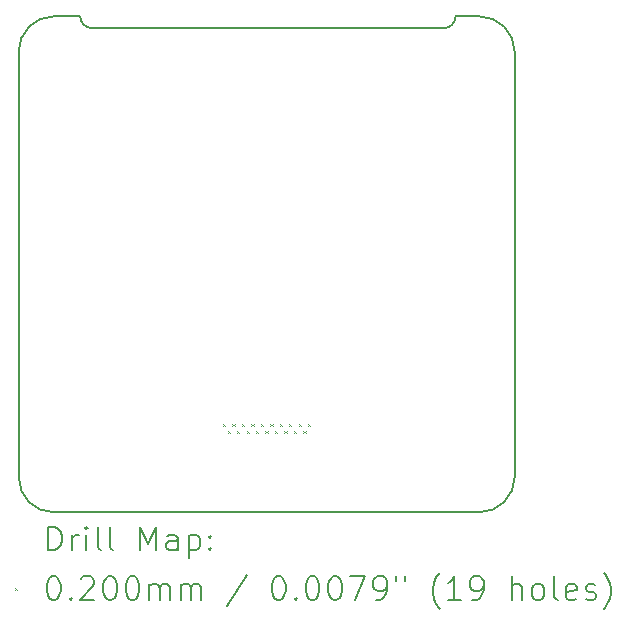
<source format=gbr>
%TF.GenerationSoftware,KiCad,Pcbnew,7.0.6*%
%TF.CreationDate,2023-09-14T09:41:23+02:00*%
%TF.ProjectId,V8,56382e6b-6963-4616-945f-706362585858,rev?*%
%TF.SameCoordinates,Original*%
%TF.FileFunction,Drillmap*%
%TF.FilePolarity,Positive*%
%FSLAX45Y45*%
G04 Gerber Fmt 4.5, Leading zero omitted, Abs format (unit mm)*
G04 Created by KiCad (PCBNEW 7.0.6) date 2023-09-14 09:41:23*
%MOMM*%
%LPD*%
G01*
G04 APERTURE LIST*
%ADD10C,0.200000*%
%ADD11C,0.020000*%
G04 APERTURE END LIST*
D10*
X13520355Y-8000000D02*
X16499645Y-8000000D01*
X12900000Y-8200000D02*
X12900000Y-11800000D01*
X16800000Y-12100000D02*
G75*
G03*
X17100000Y-11800000I0J300000D01*
G01*
X13199645Y-7900000D02*
X13420355Y-7900000D01*
X16600000Y-7900000D02*
X16800000Y-7900000D01*
X17100000Y-11800000D02*
X17100000Y-8200000D01*
X12900000Y-11800000D02*
G75*
G03*
X13200000Y-12100000I300000J0D01*
G01*
X17100000Y-8200000D02*
G75*
G03*
X16800000Y-7900000I-300000J0D01*
G01*
X13200000Y-7900000D02*
G75*
G03*
X12900000Y-8200000I0J-300000D01*
G01*
X16500000Y-8000000D02*
G75*
G03*
X16600000Y-7900000I0J100000D01*
G01*
X13200000Y-12100000D02*
X16800000Y-12100000D01*
X13420710Y-7900000D02*
G75*
G03*
X13520711Y-8000000I100000J0D01*
G01*
D11*
X14630000Y-11350000D02*
X14650000Y-11370000D01*
X14650000Y-11350000D02*
X14630000Y-11370000D01*
X14670000Y-11410000D02*
X14690000Y-11430000D01*
X14690000Y-11410000D02*
X14670000Y-11430000D01*
X14710000Y-11350000D02*
X14730000Y-11370000D01*
X14730000Y-11350000D02*
X14710000Y-11370000D01*
X14750000Y-11410000D02*
X14770000Y-11430000D01*
X14770000Y-11410000D02*
X14750000Y-11430000D01*
X14790000Y-11350000D02*
X14810000Y-11370000D01*
X14810000Y-11350000D02*
X14790000Y-11370000D01*
X14830000Y-11410000D02*
X14850000Y-11430000D01*
X14850000Y-11410000D02*
X14830000Y-11430000D01*
X14870000Y-11350000D02*
X14890000Y-11370000D01*
X14890000Y-11350000D02*
X14870000Y-11370000D01*
X14910000Y-11410000D02*
X14930000Y-11430000D01*
X14930000Y-11410000D02*
X14910000Y-11430000D01*
X14950000Y-11350000D02*
X14970000Y-11370000D01*
X14970000Y-11350000D02*
X14950000Y-11370000D01*
X14990000Y-11410000D02*
X15010000Y-11430000D01*
X15010000Y-11410000D02*
X14990000Y-11430000D01*
X15030000Y-11350000D02*
X15050000Y-11370000D01*
X15050000Y-11350000D02*
X15030000Y-11370000D01*
X15070000Y-11410000D02*
X15090000Y-11430000D01*
X15090000Y-11410000D02*
X15070000Y-11430000D01*
X15110000Y-11350000D02*
X15130000Y-11370000D01*
X15130000Y-11350000D02*
X15110000Y-11370000D01*
X15150000Y-11410000D02*
X15170000Y-11430000D01*
X15170000Y-11410000D02*
X15150000Y-11430000D01*
X15190000Y-11350000D02*
X15210000Y-11370000D01*
X15210000Y-11350000D02*
X15190000Y-11370000D01*
X15230000Y-11410000D02*
X15250000Y-11430000D01*
X15250000Y-11410000D02*
X15230000Y-11430000D01*
X15270000Y-11350000D02*
X15290000Y-11370000D01*
X15290000Y-11350000D02*
X15270000Y-11370000D01*
X15310000Y-11410000D02*
X15330000Y-11430000D01*
X15330000Y-11410000D02*
X15310000Y-11430000D01*
X15350000Y-11350000D02*
X15370000Y-11370000D01*
X15370000Y-11350000D02*
X15350000Y-11370000D01*
D10*
X13150777Y-12421484D02*
X13150777Y-12221484D01*
X13150777Y-12221484D02*
X13198396Y-12221484D01*
X13198396Y-12221484D02*
X13226967Y-12231008D01*
X13226967Y-12231008D02*
X13246015Y-12250055D01*
X13246015Y-12250055D02*
X13255539Y-12269103D01*
X13255539Y-12269103D02*
X13265062Y-12307198D01*
X13265062Y-12307198D02*
X13265062Y-12335769D01*
X13265062Y-12335769D02*
X13255539Y-12373865D01*
X13255539Y-12373865D02*
X13246015Y-12392912D01*
X13246015Y-12392912D02*
X13226967Y-12411960D01*
X13226967Y-12411960D02*
X13198396Y-12421484D01*
X13198396Y-12421484D02*
X13150777Y-12421484D01*
X13350777Y-12421484D02*
X13350777Y-12288150D01*
X13350777Y-12326246D02*
X13360301Y-12307198D01*
X13360301Y-12307198D02*
X13369824Y-12297674D01*
X13369824Y-12297674D02*
X13388872Y-12288150D01*
X13388872Y-12288150D02*
X13407920Y-12288150D01*
X13474586Y-12421484D02*
X13474586Y-12288150D01*
X13474586Y-12221484D02*
X13465062Y-12231008D01*
X13465062Y-12231008D02*
X13474586Y-12240531D01*
X13474586Y-12240531D02*
X13484110Y-12231008D01*
X13484110Y-12231008D02*
X13474586Y-12221484D01*
X13474586Y-12221484D02*
X13474586Y-12240531D01*
X13598396Y-12421484D02*
X13579348Y-12411960D01*
X13579348Y-12411960D02*
X13569824Y-12392912D01*
X13569824Y-12392912D02*
X13569824Y-12221484D01*
X13703158Y-12421484D02*
X13684110Y-12411960D01*
X13684110Y-12411960D02*
X13674586Y-12392912D01*
X13674586Y-12392912D02*
X13674586Y-12221484D01*
X13931729Y-12421484D02*
X13931729Y-12221484D01*
X13931729Y-12221484D02*
X13998396Y-12364341D01*
X13998396Y-12364341D02*
X14065062Y-12221484D01*
X14065062Y-12221484D02*
X14065062Y-12421484D01*
X14246015Y-12421484D02*
X14246015Y-12316722D01*
X14246015Y-12316722D02*
X14236491Y-12297674D01*
X14236491Y-12297674D02*
X14217443Y-12288150D01*
X14217443Y-12288150D02*
X14179348Y-12288150D01*
X14179348Y-12288150D02*
X14160301Y-12297674D01*
X14246015Y-12411960D02*
X14226967Y-12421484D01*
X14226967Y-12421484D02*
X14179348Y-12421484D01*
X14179348Y-12421484D02*
X14160301Y-12411960D01*
X14160301Y-12411960D02*
X14150777Y-12392912D01*
X14150777Y-12392912D02*
X14150777Y-12373865D01*
X14150777Y-12373865D02*
X14160301Y-12354817D01*
X14160301Y-12354817D02*
X14179348Y-12345293D01*
X14179348Y-12345293D02*
X14226967Y-12345293D01*
X14226967Y-12345293D02*
X14246015Y-12335769D01*
X14341253Y-12288150D02*
X14341253Y-12488150D01*
X14341253Y-12297674D02*
X14360301Y-12288150D01*
X14360301Y-12288150D02*
X14398396Y-12288150D01*
X14398396Y-12288150D02*
X14417443Y-12297674D01*
X14417443Y-12297674D02*
X14426967Y-12307198D01*
X14426967Y-12307198D02*
X14436491Y-12326246D01*
X14436491Y-12326246D02*
X14436491Y-12383388D01*
X14436491Y-12383388D02*
X14426967Y-12402436D01*
X14426967Y-12402436D02*
X14417443Y-12411960D01*
X14417443Y-12411960D02*
X14398396Y-12421484D01*
X14398396Y-12421484D02*
X14360301Y-12421484D01*
X14360301Y-12421484D02*
X14341253Y-12411960D01*
X14522205Y-12402436D02*
X14531729Y-12411960D01*
X14531729Y-12411960D02*
X14522205Y-12421484D01*
X14522205Y-12421484D02*
X14512682Y-12411960D01*
X14512682Y-12411960D02*
X14522205Y-12402436D01*
X14522205Y-12402436D02*
X14522205Y-12421484D01*
X14522205Y-12297674D02*
X14531729Y-12307198D01*
X14531729Y-12307198D02*
X14522205Y-12316722D01*
X14522205Y-12316722D02*
X14512682Y-12307198D01*
X14512682Y-12307198D02*
X14522205Y-12297674D01*
X14522205Y-12297674D02*
X14522205Y-12316722D01*
D11*
X12870000Y-12740000D02*
X12890000Y-12760000D01*
X12890000Y-12740000D02*
X12870000Y-12760000D01*
D10*
X13188872Y-12641484D02*
X13207920Y-12641484D01*
X13207920Y-12641484D02*
X13226967Y-12651008D01*
X13226967Y-12651008D02*
X13236491Y-12660531D01*
X13236491Y-12660531D02*
X13246015Y-12679579D01*
X13246015Y-12679579D02*
X13255539Y-12717674D01*
X13255539Y-12717674D02*
X13255539Y-12765293D01*
X13255539Y-12765293D02*
X13246015Y-12803388D01*
X13246015Y-12803388D02*
X13236491Y-12822436D01*
X13236491Y-12822436D02*
X13226967Y-12831960D01*
X13226967Y-12831960D02*
X13207920Y-12841484D01*
X13207920Y-12841484D02*
X13188872Y-12841484D01*
X13188872Y-12841484D02*
X13169824Y-12831960D01*
X13169824Y-12831960D02*
X13160301Y-12822436D01*
X13160301Y-12822436D02*
X13150777Y-12803388D01*
X13150777Y-12803388D02*
X13141253Y-12765293D01*
X13141253Y-12765293D02*
X13141253Y-12717674D01*
X13141253Y-12717674D02*
X13150777Y-12679579D01*
X13150777Y-12679579D02*
X13160301Y-12660531D01*
X13160301Y-12660531D02*
X13169824Y-12651008D01*
X13169824Y-12651008D02*
X13188872Y-12641484D01*
X13341253Y-12822436D02*
X13350777Y-12831960D01*
X13350777Y-12831960D02*
X13341253Y-12841484D01*
X13341253Y-12841484D02*
X13331729Y-12831960D01*
X13331729Y-12831960D02*
X13341253Y-12822436D01*
X13341253Y-12822436D02*
X13341253Y-12841484D01*
X13426967Y-12660531D02*
X13436491Y-12651008D01*
X13436491Y-12651008D02*
X13455539Y-12641484D01*
X13455539Y-12641484D02*
X13503158Y-12641484D01*
X13503158Y-12641484D02*
X13522205Y-12651008D01*
X13522205Y-12651008D02*
X13531729Y-12660531D01*
X13531729Y-12660531D02*
X13541253Y-12679579D01*
X13541253Y-12679579D02*
X13541253Y-12698627D01*
X13541253Y-12698627D02*
X13531729Y-12727198D01*
X13531729Y-12727198D02*
X13417443Y-12841484D01*
X13417443Y-12841484D02*
X13541253Y-12841484D01*
X13665062Y-12641484D02*
X13684110Y-12641484D01*
X13684110Y-12641484D02*
X13703158Y-12651008D01*
X13703158Y-12651008D02*
X13712682Y-12660531D01*
X13712682Y-12660531D02*
X13722205Y-12679579D01*
X13722205Y-12679579D02*
X13731729Y-12717674D01*
X13731729Y-12717674D02*
X13731729Y-12765293D01*
X13731729Y-12765293D02*
X13722205Y-12803388D01*
X13722205Y-12803388D02*
X13712682Y-12822436D01*
X13712682Y-12822436D02*
X13703158Y-12831960D01*
X13703158Y-12831960D02*
X13684110Y-12841484D01*
X13684110Y-12841484D02*
X13665062Y-12841484D01*
X13665062Y-12841484D02*
X13646015Y-12831960D01*
X13646015Y-12831960D02*
X13636491Y-12822436D01*
X13636491Y-12822436D02*
X13626967Y-12803388D01*
X13626967Y-12803388D02*
X13617443Y-12765293D01*
X13617443Y-12765293D02*
X13617443Y-12717674D01*
X13617443Y-12717674D02*
X13626967Y-12679579D01*
X13626967Y-12679579D02*
X13636491Y-12660531D01*
X13636491Y-12660531D02*
X13646015Y-12651008D01*
X13646015Y-12651008D02*
X13665062Y-12641484D01*
X13855539Y-12641484D02*
X13874586Y-12641484D01*
X13874586Y-12641484D02*
X13893634Y-12651008D01*
X13893634Y-12651008D02*
X13903158Y-12660531D01*
X13903158Y-12660531D02*
X13912682Y-12679579D01*
X13912682Y-12679579D02*
X13922205Y-12717674D01*
X13922205Y-12717674D02*
X13922205Y-12765293D01*
X13922205Y-12765293D02*
X13912682Y-12803388D01*
X13912682Y-12803388D02*
X13903158Y-12822436D01*
X13903158Y-12822436D02*
X13893634Y-12831960D01*
X13893634Y-12831960D02*
X13874586Y-12841484D01*
X13874586Y-12841484D02*
X13855539Y-12841484D01*
X13855539Y-12841484D02*
X13836491Y-12831960D01*
X13836491Y-12831960D02*
X13826967Y-12822436D01*
X13826967Y-12822436D02*
X13817443Y-12803388D01*
X13817443Y-12803388D02*
X13807920Y-12765293D01*
X13807920Y-12765293D02*
X13807920Y-12717674D01*
X13807920Y-12717674D02*
X13817443Y-12679579D01*
X13817443Y-12679579D02*
X13826967Y-12660531D01*
X13826967Y-12660531D02*
X13836491Y-12651008D01*
X13836491Y-12651008D02*
X13855539Y-12641484D01*
X14007920Y-12841484D02*
X14007920Y-12708150D01*
X14007920Y-12727198D02*
X14017443Y-12717674D01*
X14017443Y-12717674D02*
X14036491Y-12708150D01*
X14036491Y-12708150D02*
X14065063Y-12708150D01*
X14065063Y-12708150D02*
X14084110Y-12717674D01*
X14084110Y-12717674D02*
X14093634Y-12736722D01*
X14093634Y-12736722D02*
X14093634Y-12841484D01*
X14093634Y-12736722D02*
X14103158Y-12717674D01*
X14103158Y-12717674D02*
X14122205Y-12708150D01*
X14122205Y-12708150D02*
X14150777Y-12708150D01*
X14150777Y-12708150D02*
X14169824Y-12717674D01*
X14169824Y-12717674D02*
X14179348Y-12736722D01*
X14179348Y-12736722D02*
X14179348Y-12841484D01*
X14274586Y-12841484D02*
X14274586Y-12708150D01*
X14274586Y-12727198D02*
X14284110Y-12717674D01*
X14284110Y-12717674D02*
X14303158Y-12708150D01*
X14303158Y-12708150D02*
X14331729Y-12708150D01*
X14331729Y-12708150D02*
X14350777Y-12717674D01*
X14350777Y-12717674D02*
X14360301Y-12736722D01*
X14360301Y-12736722D02*
X14360301Y-12841484D01*
X14360301Y-12736722D02*
X14369824Y-12717674D01*
X14369824Y-12717674D02*
X14388872Y-12708150D01*
X14388872Y-12708150D02*
X14417443Y-12708150D01*
X14417443Y-12708150D02*
X14436491Y-12717674D01*
X14436491Y-12717674D02*
X14446015Y-12736722D01*
X14446015Y-12736722D02*
X14446015Y-12841484D01*
X14836491Y-12631960D02*
X14665063Y-12889103D01*
X15093634Y-12641484D02*
X15112682Y-12641484D01*
X15112682Y-12641484D02*
X15131729Y-12651008D01*
X15131729Y-12651008D02*
X15141253Y-12660531D01*
X15141253Y-12660531D02*
X15150777Y-12679579D01*
X15150777Y-12679579D02*
X15160301Y-12717674D01*
X15160301Y-12717674D02*
X15160301Y-12765293D01*
X15160301Y-12765293D02*
X15150777Y-12803388D01*
X15150777Y-12803388D02*
X15141253Y-12822436D01*
X15141253Y-12822436D02*
X15131729Y-12831960D01*
X15131729Y-12831960D02*
X15112682Y-12841484D01*
X15112682Y-12841484D02*
X15093634Y-12841484D01*
X15093634Y-12841484D02*
X15074586Y-12831960D01*
X15074586Y-12831960D02*
X15065063Y-12822436D01*
X15065063Y-12822436D02*
X15055539Y-12803388D01*
X15055539Y-12803388D02*
X15046015Y-12765293D01*
X15046015Y-12765293D02*
X15046015Y-12717674D01*
X15046015Y-12717674D02*
X15055539Y-12679579D01*
X15055539Y-12679579D02*
X15065063Y-12660531D01*
X15065063Y-12660531D02*
X15074586Y-12651008D01*
X15074586Y-12651008D02*
X15093634Y-12641484D01*
X15246015Y-12822436D02*
X15255539Y-12831960D01*
X15255539Y-12831960D02*
X15246015Y-12841484D01*
X15246015Y-12841484D02*
X15236491Y-12831960D01*
X15236491Y-12831960D02*
X15246015Y-12822436D01*
X15246015Y-12822436D02*
X15246015Y-12841484D01*
X15379348Y-12641484D02*
X15398396Y-12641484D01*
X15398396Y-12641484D02*
X15417444Y-12651008D01*
X15417444Y-12651008D02*
X15426967Y-12660531D01*
X15426967Y-12660531D02*
X15436491Y-12679579D01*
X15436491Y-12679579D02*
X15446015Y-12717674D01*
X15446015Y-12717674D02*
X15446015Y-12765293D01*
X15446015Y-12765293D02*
X15436491Y-12803388D01*
X15436491Y-12803388D02*
X15426967Y-12822436D01*
X15426967Y-12822436D02*
X15417444Y-12831960D01*
X15417444Y-12831960D02*
X15398396Y-12841484D01*
X15398396Y-12841484D02*
X15379348Y-12841484D01*
X15379348Y-12841484D02*
X15360301Y-12831960D01*
X15360301Y-12831960D02*
X15350777Y-12822436D01*
X15350777Y-12822436D02*
X15341253Y-12803388D01*
X15341253Y-12803388D02*
X15331729Y-12765293D01*
X15331729Y-12765293D02*
X15331729Y-12717674D01*
X15331729Y-12717674D02*
X15341253Y-12679579D01*
X15341253Y-12679579D02*
X15350777Y-12660531D01*
X15350777Y-12660531D02*
X15360301Y-12651008D01*
X15360301Y-12651008D02*
X15379348Y-12641484D01*
X15569825Y-12641484D02*
X15588872Y-12641484D01*
X15588872Y-12641484D02*
X15607920Y-12651008D01*
X15607920Y-12651008D02*
X15617444Y-12660531D01*
X15617444Y-12660531D02*
X15626967Y-12679579D01*
X15626967Y-12679579D02*
X15636491Y-12717674D01*
X15636491Y-12717674D02*
X15636491Y-12765293D01*
X15636491Y-12765293D02*
X15626967Y-12803388D01*
X15626967Y-12803388D02*
X15617444Y-12822436D01*
X15617444Y-12822436D02*
X15607920Y-12831960D01*
X15607920Y-12831960D02*
X15588872Y-12841484D01*
X15588872Y-12841484D02*
X15569825Y-12841484D01*
X15569825Y-12841484D02*
X15550777Y-12831960D01*
X15550777Y-12831960D02*
X15541253Y-12822436D01*
X15541253Y-12822436D02*
X15531729Y-12803388D01*
X15531729Y-12803388D02*
X15522206Y-12765293D01*
X15522206Y-12765293D02*
X15522206Y-12717674D01*
X15522206Y-12717674D02*
X15531729Y-12679579D01*
X15531729Y-12679579D02*
X15541253Y-12660531D01*
X15541253Y-12660531D02*
X15550777Y-12651008D01*
X15550777Y-12651008D02*
X15569825Y-12641484D01*
X15703158Y-12641484D02*
X15836491Y-12641484D01*
X15836491Y-12641484D02*
X15750777Y-12841484D01*
X15922206Y-12841484D02*
X15960301Y-12841484D01*
X15960301Y-12841484D02*
X15979348Y-12831960D01*
X15979348Y-12831960D02*
X15988872Y-12822436D01*
X15988872Y-12822436D02*
X16007920Y-12793865D01*
X16007920Y-12793865D02*
X16017444Y-12755769D01*
X16017444Y-12755769D02*
X16017444Y-12679579D01*
X16017444Y-12679579D02*
X16007920Y-12660531D01*
X16007920Y-12660531D02*
X15998396Y-12651008D01*
X15998396Y-12651008D02*
X15979348Y-12641484D01*
X15979348Y-12641484D02*
X15941253Y-12641484D01*
X15941253Y-12641484D02*
X15922206Y-12651008D01*
X15922206Y-12651008D02*
X15912682Y-12660531D01*
X15912682Y-12660531D02*
X15903158Y-12679579D01*
X15903158Y-12679579D02*
X15903158Y-12727198D01*
X15903158Y-12727198D02*
X15912682Y-12746246D01*
X15912682Y-12746246D02*
X15922206Y-12755769D01*
X15922206Y-12755769D02*
X15941253Y-12765293D01*
X15941253Y-12765293D02*
X15979348Y-12765293D01*
X15979348Y-12765293D02*
X15998396Y-12755769D01*
X15998396Y-12755769D02*
X16007920Y-12746246D01*
X16007920Y-12746246D02*
X16017444Y-12727198D01*
X16093634Y-12641484D02*
X16093634Y-12679579D01*
X16169825Y-12641484D02*
X16169825Y-12679579D01*
X16465063Y-12917674D02*
X16455539Y-12908150D01*
X16455539Y-12908150D02*
X16436491Y-12879579D01*
X16436491Y-12879579D02*
X16426968Y-12860531D01*
X16426968Y-12860531D02*
X16417444Y-12831960D01*
X16417444Y-12831960D02*
X16407920Y-12784341D01*
X16407920Y-12784341D02*
X16407920Y-12746246D01*
X16407920Y-12746246D02*
X16417444Y-12698627D01*
X16417444Y-12698627D02*
X16426968Y-12670055D01*
X16426968Y-12670055D02*
X16436491Y-12651008D01*
X16436491Y-12651008D02*
X16455539Y-12622436D01*
X16455539Y-12622436D02*
X16465063Y-12612912D01*
X16646015Y-12841484D02*
X16531729Y-12841484D01*
X16588872Y-12841484D02*
X16588872Y-12641484D01*
X16588872Y-12641484D02*
X16569825Y-12670055D01*
X16569825Y-12670055D02*
X16550777Y-12689103D01*
X16550777Y-12689103D02*
X16531729Y-12698627D01*
X16741253Y-12841484D02*
X16779349Y-12841484D01*
X16779349Y-12841484D02*
X16798396Y-12831960D01*
X16798396Y-12831960D02*
X16807920Y-12822436D01*
X16807920Y-12822436D02*
X16826968Y-12793865D01*
X16826968Y-12793865D02*
X16836491Y-12755769D01*
X16836491Y-12755769D02*
X16836491Y-12679579D01*
X16836491Y-12679579D02*
X16826968Y-12660531D01*
X16826968Y-12660531D02*
X16817444Y-12651008D01*
X16817444Y-12651008D02*
X16798396Y-12641484D01*
X16798396Y-12641484D02*
X16760301Y-12641484D01*
X16760301Y-12641484D02*
X16741253Y-12651008D01*
X16741253Y-12651008D02*
X16731729Y-12660531D01*
X16731729Y-12660531D02*
X16722206Y-12679579D01*
X16722206Y-12679579D02*
X16722206Y-12727198D01*
X16722206Y-12727198D02*
X16731729Y-12746246D01*
X16731729Y-12746246D02*
X16741253Y-12755769D01*
X16741253Y-12755769D02*
X16760301Y-12765293D01*
X16760301Y-12765293D02*
X16798396Y-12765293D01*
X16798396Y-12765293D02*
X16817444Y-12755769D01*
X16817444Y-12755769D02*
X16826968Y-12746246D01*
X16826968Y-12746246D02*
X16836491Y-12727198D01*
X17074587Y-12841484D02*
X17074587Y-12641484D01*
X17160301Y-12841484D02*
X17160301Y-12736722D01*
X17160301Y-12736722D02*
X17150777Y-12717674D01*
X17150777Y-12717674D02*
X17131730Y-12708150D01*
X17131730Y-12708150D02*
X17103158Y-12708150D01*
X17103158Y-12708150D02*
X17084111Y-12717674D01*
X17084111Y-12717674D02*
X17074587Y-12727198D01*
X17284111Y-12841484D02*
X17265063Y-12831960D01*
X17265063Y-12831960D02*
X17255539Y-12822436D01*
X17255539Y-12822436D02*
X17246015Y-12803388D01*
X17246015Y-12803388D02*
X17246015Y-12746246D01*
X17246015Y-12746246D02*
X17255539Y-12727198D01*
X17255539Y-12727198D02*
X17265063Y-12717674D01*
X17265063Y-12717674D02*
X17284111Y-12708150D01*
X17284111Y-12708150D02*
X17312682Y-12708150D01*
X17312682Y-12708150D02*
X17331730Y-12717674D01*
X17331730Y-12717674D02*
X17341253Y-12727198D01*
X17341253Y-12727198D02*
X17350777Y-12746246D01*
X17350777Y-12746246D02*
X17350777Y-12803388D01*
X17350777Y-12803388D02*
X17341253Y-12822436D01*
X17341253Y-12822436D02*
X17331730Y-12831960D01*
X17331730Y-12831960D02*
X17312682Y-12841484D01*
X17312682Y-12841484D02*
X17284111Y-12841484D01*
X17465063Y-12841484D02*
X17446015Y-12831960D01*
X17446015Y-12831960D02*
X17436492Y-12812912D01*
X17436492Y-12812912D02*
X17436492Y-12641484D01*
X17617444Y-12831960D02*
X17598396Y-12841484D01*
X17598396Y-12841484D02*
X17560301Y-12841484D01*
X17560301Y-12841484D02*
X17541253Y-12831960D01*
X17541253Y-12831960D02*
X17531730Y-12812912D01*
X17531730Y-12812912D02*
X17531730Y-12736722D01*
X17531730Y-12736722D02*
X17541253Y-12717674D01*
X17541253Y-12717674D02*
X17560301Y-12708150D01*
X17560301Y-12708150D02*
X17598396Y-12708150D01*
X17598396Y-12708150D02*
X17617444Y-12717674D01*
X17617444Y-12717674D02*
X17626968Y-12736722D01*
X17626968Y-12736722D02*
X17626968Y-12755769D01*
X17626968Y-12755769D02*
X17531730Y-12774817D01*
X17703158Y-12831960D02*
X17722206Y-12841484D01*
X17722206Y-12841484D02*
X17760301Y-12841484D01*
X17760301Y-12841484D02*
X17779349Y-12831960D01*
X17779349Y-12831960D02*
X17788873Y-12812912D01*
X17788873Y-12812912D02*
X17788873Y-12803388D01*
X17788873Y-12803388D02*
X17779349Y-12784341D01*
X17779349Y-12784341D02*
X17760301Y-12774817D01*
X17760301Y-12774817D02*
X17731730Y-12774817D01*
X17731730Y-12774817D02*
X17712682Y-12765293D01*
X17712682Y-12765293D02*
X17703158Y-12746246D01*
X17703158Y-12746246D02*
X17703158Y-12736722D01*
X17703158Y-12736722D02*
X17712682Y-12717674D01*
X17712682Y-12717674D02*
X17731730Y-12708150D01*
X17731730Y-12708150D02*
X17760301Y-12708150D01*
X17760301Y-12708150D02*
X17779349Y-12717674D01*
X17855539Y-12917674D02*
X17865063Y-12908150D01*
X17865063Y-12908150D02*
X17884111Y-12879579D01*
X17884111Y-12879579D02*
X17893634Y-12860531D01*
X17893634Y-12860531D02*
X17903158Y-12831960D01*
X17903158Y-12831960D02*
X17912682Y-12784341D01*
X17912682Y-12784341D02*
X17912682Y-12746246D01*
X17912682Y-12746246D02*
X17903158Y-12698627D01*
X17903158Y-12698627D02*
X17893634Y-12670055D01*
X17893634Y-12670055D02*
X17884111Y-12651008D01*
X17884111Y-12651008D02*
X17865063Y-12622436D01*
X17865063Y-12622436D02*
X17855539Y-12612912D01*
M02*

</source>
